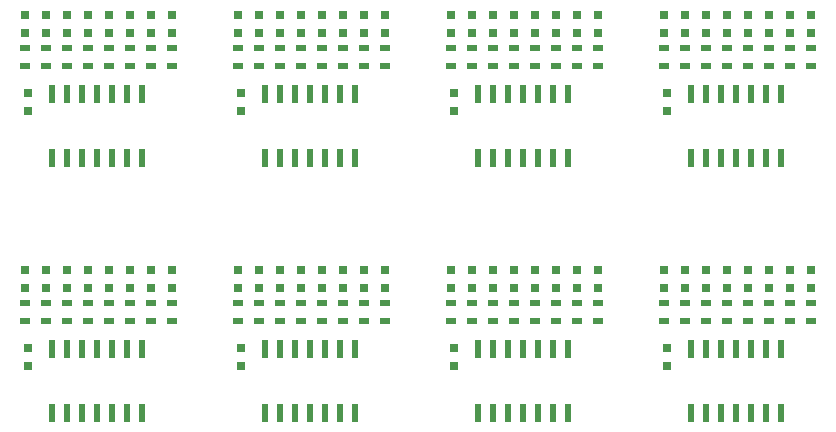
<source format=gtp>
G04 #@! TF.FileFunction,Paste,Top*
%FSLAX46Y46*%
G04 Gerber Fmt 4.6, Leading zero omitted, Abs format (unit mm)*
G04 Created by KiCad (PCBNEW 4.0.5+dfsg1-4) date Mon Jun 15 22:33:41 2020*
%MOMM*%
%LPD*%
G01*
G04 APERTURE LIST*
%ADD10C,0.100000*%
%ADD11R,0.600000X1.500000*%
%ADD12R,0.900000X0.500000*%
%ADD13R,0.750000X0.800000*%
%ADD14R,0.797560X0.797560*%
G04 APERTURE END LIST*
D10*
D11*
X138938000Y-112174000D03*
X140208000Y-112174000D03*
X141478000Y-112174000D03*
X142748000Y-112174000D03*
X144018000Y-112174000D03*
X145288000Y-112174000D03*
X146558000Y-112174000D03*
X146558000Y-106774000D03*
X145288000Y-106774000D03*
X144018000Y-106774000D03*
X142748000Y-106774000D03*
X141478000Y-106774000D03*
X140208000Y-106774000D03*
X138938000Y-106774000D03*
D12*
X140208000Y-104382000D03*
X140208000Y-102882000D03*
D13*
X136906000Y-108192000D03*
X136906000Y-106692000D03*
D14*
X149098000Y-101600000D03*
X149098000Y-100101400D03*
D12*
X149098000Y-104382000D03*
X149098000Y-102882000D03*
D14*
X147320000Y-101587300D03*
X147320000Y-100088700D03*
X143764000Y-101600000D03*
X143764000Y-100101400D03*
X145542000Y-101587300D03*
X145542000Y-100088700D03*
X141986000Y-101587300D03*
X141986000Y-100088700D03*
D12*
X141986000Y-104382000D03*
X141986000Y-102882000D03*
X145542000Y-104382000D03*
X145542000Y-102882000D03*
X143764000Y-104382000D03*
X143764000Y-102882000D03*
X147320000Y-104370000D03*
X147320000Y-102870000D03*
X125730000Y-82792000D03*
X125730000Y-81292000D03*
D11*
X120904000Y-90584000D03*
X122174000Y-90584000D03*
X123444000Y-90584000D03*
X124714000Y-90584000D03*
X125984000Y-90584000D03*
X127254000Y-90584000D03*
X128524000Y-90584000D03*
X128524000Y-85184000D03*
X127254000Y-85184000D03*
X125984000Y-85184000D03*
X124714000Y-85184000D03*
X123444000Y-85184000D03*
X122174000Y-85184000D03*
X120904000Y-85184000D03*
D12*
X143764000Y-82792000D03*
X143764000Y-81292000D03*
X149098000Y-82792000D03*
X149098000Y-81292000D03*
D13*
X136906000Y-86602000D03*
X136906000Y-85102000D03*
D11*
X138938000Y-90584000D03*
X140208000Y-90584000D03*
X141478000Y-90584000D03*
X142748000Y-90584000D03*
X144018000Y-90584000D03*
X145288000Y-90584000D03*
X146558000Y-90584000D03*
X146558000Y-85184000D03*
X145288000Y-85184000D03*
X144018000Y-85184000D03*
X142748000Y-85184000D03*
X141478000Y-85184000D03*
X140208000Y-85184000D03*
X138938000Y-85184000D03*
D12*
X123952000Y-82792000D03*
X123952000Y-81292000D03*
D13*
X118872000Y-86602000D03*
X118872000Y-85102000D03*
D12*
X118618000Y-82792000D03*
X118618000Y-81292000D03*
X120396000Y-82792000D03*
X120396000Y-81292000D03*
X122174000Y-82792000D03*
X122174000Y-81292000D03*
X138430000Y-82792000D03*
X138430000Y-81292000D03*
X140208000Y-82792000D03*
X140208000Y-81292000D03*
X136652000Y-82792000D03*
X136652000Y-81292000D03*
D14*
X138430000Y-80010000D03*
X138430000Y-78511400D03*
X136652000Y-80010000D03*
X136652000Y-78511400D03*
X140208000Y-79997300D03*
X140208000Y-78498700D03*
X141986000Y-79997300D03*
X141986000Y-78498700D03*
D12*
X141986000Y-82792000D03*
X141986000Y-81292000D03*
D14*
X131064000Y-80010000D03*
X131064000Y-78511400D03*
D12*
X127508000Y-82792000D03*
X127508000Y-81292000D03*
D14*
X129286000Y-79997300D03*
X129286000Y-78498700D03*
D12*
X129286000Y-82780000D03*
X129286000Y-81280000D03*
D14*
X125730000Y-80010000D03*
X125730000Y-78511400D03*
D12*
X131064000Y-82792000D03*
X131064000Y-81292000D03*
D14*
X127508000Y-79997300D03*
X127508000Y-78498700D03*
X118618000Y-80010000D03*
X118618000Y-78511400D03*
X122174000Y-79997300D03*
X122174000Y-78498700D03*
X120396000Y-80010000D03*
X120396000Y-78511400D03*
X123952000Y-79997300D03*
X123952000Y-78498700D03*
X149098000Y-80010000D03*
X149098000Y-78511400D03*
X143764000Y-80010000D03*
X143764000Y-78511400D03*
D12*
X145542000Y-82792000D03*
X145542000Y-81292000D03*
D14*
X147320000Y-79997300D03*
X147320000Y-78498700D03*
D12*
X147320000Y-82780000D03*
X147320000Y-81280000D03*
D14*
X145542000Y-79997300D03*
X145542000Y-78498700D03*
X138430000Y-101600000D03*
X138430000Y-100101400D03*
X136652000Y-101600000D03*
X136652000Y-100101400D03*
D12*
X136652000Y-104382000D03*
X136652000Y-102882000D03*
X138430000Y-104382000D03*
X138430000Y-102882000D03*
D14*
X140208000Y-101587300D03*
X140208000Y-100088700D03*
D13*
X118872000Y-108192000D03*
X118872000Y-106692000D03*
D11*
X120904000Y-112174000D03*
X122174000Y-112174000D03*
X123444000Y-112174000D03*
X124714000Y-112174000D03*
X125984000Y-112174000D03*
X127254000Y-112174000D03*
X128524000Y-112174000D03*
X128524000Y-106774000D03*
X127254000Y-106774000D03*
X125984000Y-106774000D03*
X124714000Y-106774000D03*
X123444000Y-106774000D03*
X122174000Y-106774000D03*
X120904000Y-106774000D03*
D14*
X131064000Y-101600000D03*
X131064000Y-100101400D03*
D12*
X129286000Y-104370000D03*
X129286000Y-102870000D03*
D14*
X129286000Y-101587300D03*
X129286000Y-100088700D03*
X127508000Y-101587300D03*
X127508000Y-100088700D03*
X125730000Y-101600000D03*
X125730000Y-100101400D03*
D12*
X123952000Y-104382000D03*
X123952000Y-102882000D03*
X131064000Y-104382000D03*
X131064000Y-102882000D03*
X125730000Y-104382000D03*
X125730000Y-102882000D03*
X127508000Y-104382000D03*
X127508000Y-102882000D03*
D14*
X123952000Y-101587300D03*
X123952000Y-100088700D03*
X118618000Y-101600000D03*
X118618000Y-100101400D03*
D12*
X118618000Y-104382000D03*
X118618000Y-102882000D03*
D14*
X122174000Y-101587300D03*
X122174000Y-100088700D03*
X120396000Y-101600000D03*
X120396000Y-100101400D03*
D12*
X122174000Y-104382000D03*
X122174000Y-102882000D03*
X120396000Y-104382000D03*
X120396000Y-102882000D03*
D11*
X175006000Y-90584000D03*
X176276000Y-90584000D03*
X177546000Y-90584000D03*
X178816000Y-90584000D03*
X180086000Y-90584000D03*
X181356000Y-90584000D03*
X182626000Y-90584000D03*
X182626000Y-85184000D03*
X181356000Y-85184000D03*
X180086000Y-85184000D03*
X178816000Y-85184000D03*
X177546000Y-85184000D03*
X176276000Y-85184000D03*
X175006000Y-85184000D03*
D13*
X172974000Y-86602000D03*
X172974000Y-85102000D03*
D12*
X178054000Y-82792000D03*
X178054000Y-81292000D03*
D14*
X185166000Y-80010000D03*
X185166000Y-78511400D03*
X179832000Y-80010000D03*
X179832000Y-78511400D03*
X183388000Y-79997300D03*
X183388000Y-78498700D03*
X181610000Y-79997300D03*
X181610000Y-78498700D03*
X178054000Y-79997300D03*
X178054000Y-78498700D03*
X172720000Y-80010000D03*
X172720000Y-78511400D03*
D12*
X174498000Y-82792000D03*
X174498000Y-81292000D03*
D14*
X174498000Y-80010000D03*
X174498000Y-78511400D03*
D12*
X172720000Y-82792000D03*
X172720000Y-81292000D03*
X176276000Y-82792000D03*
X176276000Y-81292000D03*
D14*
X176276000Y-79997300D03*
X176276000Y-78498700D03*
D12*
X156464000Y-82792000D03*
X156464000Y-81292000D03*
D14*
X160020000Y-79997300D03*
X160020000Y-78498700D03*
X158242000Y-79997300D03*
X158242000Y-78498700D03*
X156464000Y-80010000D03*
X156464000Y-78511400D03*
X154686000Y-80010000D03*
X154686000Y-78511400D03*
D12*
X158242000Y-82792000D03*
X158242000Y-81292000D03*
X154686000Y-82792000D03*
X154686000Y-81292000D03*
D11*
X156972000Y-90584000D03*
X158242000Y-90584000D03*
X159512000Y-90584000D03*
X160782000Y-90584000D03*
X162052000Y-90584000D03*
X163322000Y-90584000D03*
X164592000Y-90584000D03*
X164592000Y-85184000D03*
X163322000Y-85184000D03*
X162052000Y-85184000D03*
X160782000Y-85184000D03*
X159512000Y-85184000D03*
X158242000Y-85184000D03*
X156972000Y-85184000D03*
D12*
X163576000Y-82792000D03*
X163576000Y-81292000D03*
X160020000Y-82792000D03*
X160020000Y-81292000D03*
X167132000Y-82792000D03*
X167132000Y-81292000D03*
D13*
X154940000Y-86602000D03*
X154940000Y-85102000D03*
D12*
X161798000Y-82792000D03*
X161798000Y-81292000D03*
D14*
X167132000Y-80010000D03*
X167132000Y-78511400D03*
D12*
X165354000Y-82780000D03*
X165354000Y-81280000D03*
D14*
X165354000Y-79997300D03*
X165354000Y-78498700D03*
X163576000Y-79997300D03*
X163576000Y-78498700D03*
X161798000Y-80010000D03*
X161798000Y-78511400D03*
D12*
X185166000Y-82792000D03*
X185166000Y-81292000D03*
X181610000Y-82792000D03*
X181610000Y-81292000D03*
X183388000Y-82780000D03*
X183388000Y-81280000D03*
X179832000Y-82792000D03*
X179832000Y-81292000D03*
D14*
X161798000Y-101600000D03*
X161798000Y-100101400D03*
D12*
X165354000Y-104370000D03*
X165354000Y-102870000D03*
X163576000Y-104382000D03*
X163576000Y-102882000D03*
D14*
X167132000Y-101600000D03*
X167132000Y-100101400D03*
X165354000Y-101587300D03*
X165354000Y-100088700D03*
X163576000Y-101587300D03*
X163576000Y-100088700D03*
D12*
X161798000Y-104382000D03*
X161798000Y-102882000D03*
D11*
X156972000Y-112174000D03*
X158242000Y-112174000D03*
X159512000Y-112174000D03*
X160782000Y-112174000D03*
X162052000Y-112174000D03*
X163322000Y-112174000D03*
X164592000Y-112174000D03*
X164592000Y-106774000D03*
X163322000Y-106774000D03*
X162052000Y-106774000D03*
X160782000Y-106774000D03*
X159512000Y-106774000D03*
X158242000Y-106774000D03*
X156972000Y-106774000D03*
D12*
X167132000Y-104382000D03*
X167132000Y-102882000D03*
D13*
X154940000Y-108192000D03*
X154940000Y-106692000D03*
D12*
X160020000Y-104382000D03*
X160020000Y-102882000D03*
X158242000Y-104382000D03*
X158242000Y-102882000D03*
X156464000Y-104382000D03*
X156464000Y-102882000D03*
D14*
X158242000Y-101587300D03*
X158242000Y-100088700D03*
X160020000Y-101587300D03*
X160020000Y-100088700D03*
X156464000Y-101600000D03*
X156464000Y-100101400D03*
X154686000Y-101600000D03*
X154686000Y-100101400D03*
D12*
X154686000Y-104382000D03*
X154686000Y-102882000D03*
D13*
X172974000Y-108192000D03*
X172974000Y-106692000D03*
D14*
X172720000Y-101600000D03*
X172720000Y-100101400D03*
X174498000Y-101600000D03*
X174498000Y-100101400D03*
X176276000Y-101587300D03*
X176276000Y-100088700D03*
X178054000Y-101587300D03*
X178054000Y-100088700D03*
X179832000Y-101600000D03*
X179832000Y-100101400D03*
X181610000Y-101587300D03*
X181610000Y-100088700D03*
X183388000Y-101587300D03*
X183388000Y-100088700D03*
X185166000Y-101600000D03*
X185166000Y-100101400D03*
D12*
X172720000Y-104382000D03*
X172720000Y-102882000D03*
X174498000Y-104382000D03*
X174498000Y-102882000D03*
X176276000Y-104382000D03*
X176276000Y-102882000D03*
X178054000Y-104382000D03*
X178054000Y-102882000D03*
X179832000Y-104382000D03*
X179832000Y-102882000D03*
X181610000Y-104382000D03*
X181610000Y-102882000D03*
X183388000Y-104370000D03*
X183388000Y-102870000D03*
X185166000Y-104382000D03*
X185166000Y-102882000D03*
D11*
X175006000Y-112174000D03*
X176276000Y-112174000D03*
X177546000Y-112174000D03*
X178816000Y-112174000D03*
X180086000Y-112174000D03*
X181356000Y-112174000D03*
X182626000Y-112174000D03*
X182626000Y-106774000D03*
X181356000Y-106774000D03*
X180086000Y-106774000D03*
X178816000Y-106774000D03*
X177546000Y-106774000D03*
X176276000Y-106774000D03*
X175006000Y-106774000D03*
M02*

</source>
